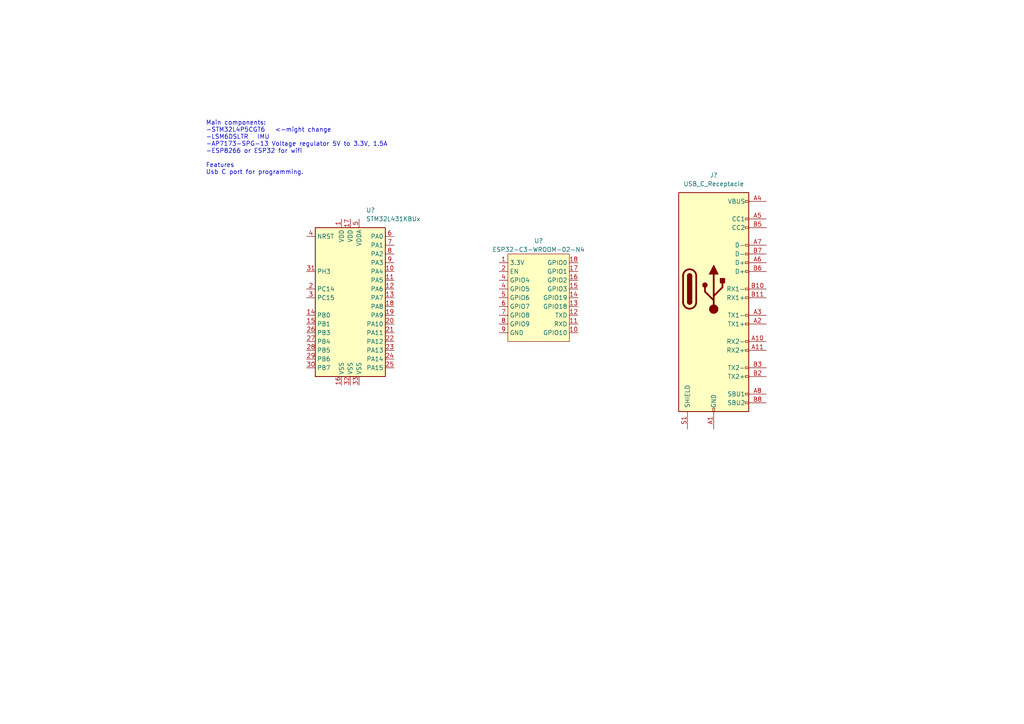
<source format=kicad_sch>
(kicad_sch (version 20211123) (generator eeschema)
  (paper "A4")
  (lib_symbols
    (symbol "Connector:USB_C_Receptacle" (pin_names (offset 1.016))
      (property "Reference" "J" (at -10.16 29.21 0))
      (property "Value" "USB_C_Receptacle" (at 10.16 29.21 0))
      (symbol "USB_C_Receptacle_0_0"
        (rectangle (start -0.254 -35.56) (end 0.254 -34.544))
        (rectangle (start 10.16 -32.766) (end 9.144 -33.274))
        (rectangle (start 10.16 -30.226) (end 9.144 -30.734))
        (rectangle (start 10.16 -25.146) (end 9.144 -25.654))
        (rectangle (start 10.16 -22.606) (end 9.144 -23.114))
        (rectangle (start 10.16 -17.526) (end 9.144 -18.034))
        (rectangle (start 10.16 -14.986) (end 9.144 -15.494))
        (rectangle (start 10.16 -9.906) (end 9.144 -10.414))
        (rectangle (start 10.16 -7.366) (end 9.144 -7.874))
        (rectangle (start 10.16 -2.286) (end 9.144 -2.794))
        (rectangle (start 10.16 0.254) (end 9.144 -0.254))
        (rectangle (start 10.16 5.334) (end 9.144 4.826))
        (rectangle (start 10.16 7.874) (end 9.144 7.366))
        (rectangle (start 10.16 10.414) (end 9.144 9.906))
        (rectangle (start 10.16 12.954) (end 9.144 12.446))
        (rectangle (start 10.16 18.034) (end 9.144 17.526))
        (rectangle (start 10.16 20.574) (end 9.144 20.066))
        (rectangle (start 10.16 25.654) (end 9.144 25.146))
      )
      (symbol "USB_C_Receptacle_0_1"
        (rectangle (start -10.16 27.94) (end 10.16 -35.56) (stroke (width 0.254)) (fill (type background)))
        (arc (start -8.89 -3.81) (mid -6.985 -5.715) (end -5.08 -3.81) (stroke (width 0.508)))
        (arc (start -7.62 -3.81) (mid -6.985 -4.445) (end -6.35 -3.81) (stroke (width 0.254)))
        (arc (start -7.62 -3.81) (mid -6.985 -4.445) (end -6.35 -3.81) (stroke (width 0.254)) (fill (type outline)))
        (rectangle (start -7.62 -3.81) (end -6.35 3.81) (stroke (width 0.254)) (fill (type outline)))
        (arc (start -6.35 3.81) (mid -6.985 4.445) (end -7.62 3.81) (stroke (width 0.254)))
        (arc (start -6.35 3.81) (mid -6.985 4.445) (end -7.62 3.81) (stroke (width 0.254)) (fill (type outline)))
        (arc (start -5.08 3.81) (mid -6.985 5.715) (end -8.89 3.81) (stroke (width 0.508)))
        (polyline (pts (xy -8.89 -3.81) (xy -8.89 3.81)) (stroke (width 0.508)))
        (polyline (pts (xy -5.08 3.81) (xy -5.08 -3.81)) (stroke (width 0.508)))
      )
      (symbol "USB_C_Receptacle_1_1"
        (circle (center -2.54 1.143) (radius 0.635) (stroke (width 0.254)) (fill (type outline)))
        (circle (center 0 -5.842) (radius 1.27) (fill (type outline)))
        (polyline (pts (xy 0 -5.842) (xy 0 4.318)) (stroke (width 0.508)))
        (polyline (pts (xy 0 -3.302) (xy -2.54 -0.762) (xy -2.54 0.508)) (stroke (width 0.508)))
        (polyline (pts (xy 0 -2.032) (xy 2.54 0.508) (xy 2.54 1.778)) (stroke (width 0.508)))
        (polyline (pts (xy -1.27 4.318) (xy 0 6.858) (xy 1.27 4.318) (xy -1.27 4.318)) (stroke (width 0.254)) (fill (type outline)))
        (rectangle (start 1.905 1.778) (end 3.175 3.048) (stroke (width 0.254)) (fill (type outline)))
        (pin passive line (at 0 -40.64 90) (length 5.08) (name "GND") (number "A1"))
        (pin bidirectional line (at 15.24 -15.24 180) (length 5.08) (name "RX2-") (number "A10"))
        (pin bidirectional line (at 15.24 -17.78 180) (length 5.08) (name "RX2+") (number "A11"))
        (pin passive line (at 0 -40.64 90) (length 5.08) hide (name "GND") (number "A12"))
        (pin bidirectional line (at 15.24 -10.16 180) (length 5.08) (name "TX1+") (number "A2"))
        (pin bidirectional line (at 15.24 -7.62 180) (length 5.08) (name "TX1-") (number "A3"))
        (pin passive line (at 15.24 25.4 180) (length 5.08) (name "VBUS") (number "A4"))
        (pin bidirectional line (at 15.24 20.32 180) (length 5.08) (name "CC1") (number "A5"))
        (pin bidirectional line (at 15.24 7.62 180) (length 5.08) (name "D+") (number "A6"))
        (pin bidirectional line (at 15.24 12.7 180) (length 5.08) (name "D-") (number "A7"))
        (pin bidirectional line (at 15.24 -30.48 180) (length 5.08) (name "SBU1") (number "A8"))
        (pin passive line (at 15.24 25.4 180) (length 5.08) hide (name "VBUS") (number "A9"))
        (pin passive line (at 0 -40.64 90) (length 5.08) hide (name "GND") (number "B1"))
        (pin bidirectional line (at 15.24 0 180) (length 5.08) (name "RX1-") (number "B10"))
        (pin bidirectional line (at 15.24 -2.54 180) (length 5.08) (name "RX1+") (number "B11"))
        (pin passive line (at 0 -40.64 90) (length 5.08) hide (name "GND") (number "B12"))
        (pin bidirectional line (at 15.24 -25.4 180) (length 5.08) (name "TX2+") (number "B2"))
        (pin bidirectional line (at 15.24 -22.86 180) (length 5.08) (name "TX2-") (number "B3"))
        (pin passive line (at 15.24 25.4 180) (length 5.08) hide (name "VBUS") (number "B4"))
        (pin bidirectional line (at 15.24 17.78 180) (length 5.08) (name "CC2") (number "B5"))
        (pin bidirectional line (at 15.24 5.08 180) (length 5.08) (name "D+") (number "B6"))
        (pin bidirectional line (at 15.24 10.16 180) (length 5.08) (name "D-") (number "B7"))
        (pin bidirectional line (at 15.24 -33.02 180) (length 5.08) (name "SBU2") (number "B8"))
        (pin passive line (at 15.24 25.4 180) (length 5.08) hide (name "VBUS") (number "B9"))
        (pin passive line (at -7.62 -40.64 90) (length 5.08) (name "SHIELD") (number "S1"))
      )
    )
    (symbol "ESP32:ESP32-C3-WROOM-02-N4"
      (property "Reference" "U" (at 0 12.7 0))
      (property "Value" "ESP32-C3-WROOM-02-N4" (at 0 10.16 0))
      (symbol "ESP32-C3-WROOM-02-N4_0_1"
        (rectangle (start -8.89 8.89) (end 8.89 -16.51) (fill (type background)))
      )
      (symbol "ESP32-C3-WROOM-02-N4_1_1"
        (pin input line (at -11.43 6.35 0) (length 2.54) (name "3.3V") (number "1"))
        (pin input line (at 11.43 -13.97 180) (length 2.54) (name "GPIO10") (number "10"))
        (pin input line (at 11.43 -11.43 180) (length 2.54) (name "RXD") (number "11"))
        (pin input line (at 11.43 -8.89 180) (length 2.54) (name "TXD") (number "12"))
        (pin input line (at 11.43 -6.35 180) (length 2.54) (name "GPIO18") (number "13"))
        (pin input line (at 11.43 -3.81 180) (length 2.54) (name "GPIO19") (number "14"))
        (pin input line (at 11.43 -1.27 180) (length 2.54) (name "GPIO3") (number "15"))
        (pin input line (at 11.43 1.27 180) (length 2.54) (name "GPIO2") (number "16"))
        (pin input line (at 11.43 3.81 180) (length 2.54) (name "GPIO1") (number "17"))
        (pin input line (at 11.43 6.35 180) (length 2.54) (name "GPIO0") (number "18"))
        (pin input line (at -11.43 3.81 0) (length 2.54) (name "EN") (number "2"))
        (pin input line (at -11.43 1.27 0) (length 2.54) (name "GPIO4") (number "4"))
        (pin input line (at -11.43 -1.27 0) (length 2.54) (name "GPIO5") (number "4"))
        (pin input line (at -11.43 -3.81 0) (length 2.54) (name "GPIO6") (number "5"))
        (pin input line (at -11.43 -6.35 0) (length 2.54) (name "GPIO7") (number "6"))
        (pin input line (at -11.43 -8.89 0) (length 2.54) (name "GPIO8") (number "7"))
        (pin input line (at -11.43 -11.43 0) (length 2.54) (name "GPIO9") (number "8"))
        (pin input line (at -11.43 -13.97 0) (length 2.54) (name "GND") (number "9"))
      )
    )
    (symbol "MCU_ST_STM32L4:STM32L431KBUx"
      (property "Reference" "U" (at -10.16 21.59 0))
      (property "Value" "STM32L431KBUx" (at 5.08 21.59 0))
      (symbol "STM32L431KBUx_0_1"
        (rectangle (start -10.16 -22.86) (end 10.16 20.32) (stroke (width 0.254)) (fill (type background)))
      )
      (symbol "STM32L431KBUx_1_1"
        (pin power_in line (at -2.54 22.86 270) (length 2.54) (name "VDD") (number "1"))
        (pin bidirectional line (at 12.7 7.62 180) (length 2.54) (name "PA4") (number "10"))
        (pin bidirectional line (at 12.7 5.08 180) (length 2.54) (name "PA5") (number "11"))
        (pin bidirectional line (at 12.7 2.54 180) (length 2.54) (name "PA6") (number "12"))
        (pin bidirectional line (at 12.7 0 180) (length 2.54) (name "PA7") (number "13"))
        (pin bidirectional line (at -12.7 -5.08 0) (length 2.54) (name "PB0") (number "14"))
        (pin bidirectional line (at -12.7 -7.62 0) (length 2.54) (name "PB1") (number "15"))
        (pin power_in line (at -2.54 -25.4 90) (length 2.54) (name "VSS") (number "16"))
        (pin power_in line (at 0 22.86 270) (length 2.54) (name "VDD") (number "17"))
        (pin bidirectional line (at 12.7 -2.54 180) (length 2.54) (name "PA8") (number "18"))
        (pin bidirectional line (at 12.7 -5.08 180) (length 2.54) (name "PA9") (number "19"))
        (pin bidirectional line (at -12.7 2.54 0) (length 2.54) (name "PC14") (number "2"))
        (pin bidirectional line (at 12.7 -7.62 180) (length 2.54) (name "PA10") (number "20"))
        (pin bidirectional line (at 12.7 -10.16 180) (length 2.54) (name "PA11") (number "21"))
        (pin bidirectional line (at 12.7 -12.7 180) (length 2.54) (name "PA12") (number "22"))
        (pin bidirectional line (at 12.7 -15.24 180) (length 2.54) (name "PA13") (number "23"))
        (pin bidirectional line (at 12.7 -17.78 180) (length 2.54) (name "PA14") (number "24"))
        (pin bidirectional line (at 12.7 -20.32 180) (length 2.54) (name "PA15") (number "25"))
        (pin bidirectional line (at -12.7 -10.16 0) (length 2.54) (name "PB3") (number "26"))
        (pin bidirectional line (at -12.7 -12.7 0) (length 2.54) (name "PB4") (number "27"))
        (pin bidirectional line (at -12.7 -15.24 0) (length 2.54) (name "PB5") (number "28"))
        (pin bidirectional line (at -12.7 -17.78 0) (length 2.54) (name "PB6") (number "29"))
        (pin bidirectional line (at -12.7 0 0) (length 2.54) (name "PC15") (number "3"))
        (pin bidirectional line (at -12.7 -20.32 0) (length 2.54) (name "PB7") (number "30"))
        (pin bidirectional line (at -12.7 7.62 0) (length 2.54) (name "PH3") (number "31"))
        (pin power_in line (at 0 -25.4 90) (length 2.54) (name "VSS") (number "32"))
        (pin power_in line (at 2.54 -25.4 90) (length 2.54) (name "VSS") (number "33"))
        (pin input line (at -12.7 17.78 0) (length 2.54) (name "NRST") (number "4"))
        (pin power_in line (at 2.54 22.86 270) (length 2.54) (name "VDDA") (number "5"))
        (pin bidirectional line (at 12.7 17.78 180) (length 2.54) (name "PA0") (number "6"))
        (pin bidirectional line (at 12.7 15.24 180) (length 2.54) (name "PA1") (number "7"))
        (pin bidirectional line (at 12.7 12.7 180) (length 2.54) (name "PA2") (number "8"))
        (pin bidirectional line (at 12.7 10.16 180) (length 2.54) (name "PA3") (number "9"))
      )
    )
  )
  (text "Main components:\n-STM32L4P5CGT6	<-might change	\n-LSM6DSLTR	IMU\n-AP7173-SPG-13 Voltage regulator 5V to 3.3V, 1.5A\n-ESP8266 or ESP32 for wifi\n\nFeatures\nUsb C port for programming." (at 59.69 50.8 0) (effects (font (size 1.27 1.27)) (justify left bottom)))
  (symbol (lib_id "MCU_ST_STM32L4:STM32L431KBUx") (at 101.6 86.36 0) (unit 1)
    (property "Reference" "U?" (at 106.1594 60.96 0) (effects (justify left)))
    (property "Value" "STM32L431KBUx" (at 106.1594 63.5 0) (effects (justify left)))
    (property "Footprint" "Package_DFN_QFN:QFN-32-1EP_5x5mm_P0.5mm_EP3.45x3.45mm" (effects hide))
    (property "Datasheet" "http://www.st.com/st-web-ui/static/active/en/resource/technical/document/datasheet/DM00257211.pdf" (effects hide))
  )
  (symbol (lib_id "ESP32:ESP32-C3-WROOM-02-N4") (at 156.21 82.55 0) (unit 1)
    (property "Reference" "U?" (at 156.21 69.85 0))
    (property "Value" "ESP32-C3-WROOM-02-N4" (at 156.21 72.39 0))
  )
  (symbol (lib_id "Connector:USB_C_Receptacle") (at 207.01 83.82 0) (unit 1)
    (property "Reference" "J?" (at 207.01 50.8 0))
    (property "Value" "USB_C_Receptacle" (at 207.01 53.34 0))
    (property "Datasheet" "https://www.usb.org/sites/default/files/documents/usb_type-c.zip" (effects hide))
  )
)
</source>
